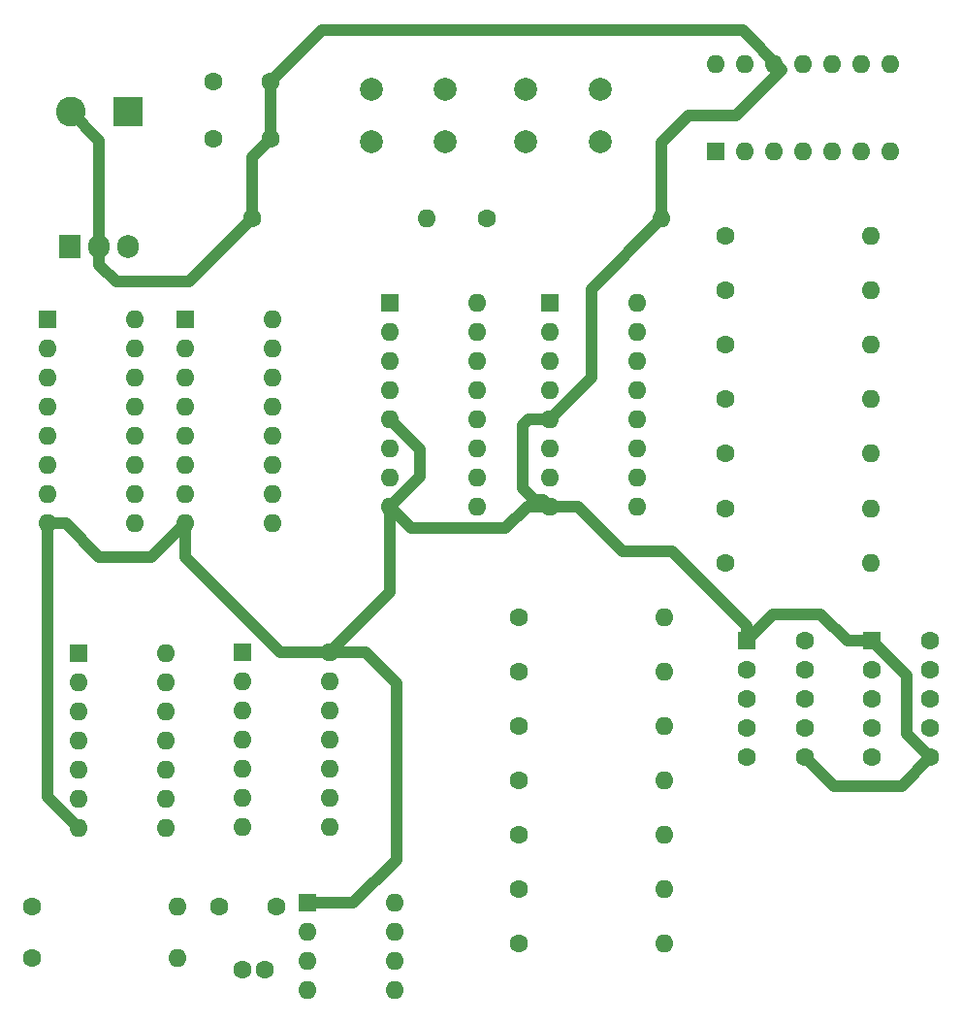
<source format=gbr>
%TF.GenerationSoftware,KiCad,Pcbnew,8.0.2*%
%TF.CreationDate,2024-05-14T19:41:18+03:00*%
%TF.ProjectId,PCB1,50434231-2e6b-4696-9361-645f70636258,rev?*%
%TF.SameCoordinates,Original*%
%TF.FileFunction,Copper,L3,Inr*%
%TF.FilePolarity,Positive*%
%FSLAX46Y46*%
G04 Gerber Fmt 4.6, Leading zero omitted, Abs format (unit mm)*
G04 Created by KiCad (PCBNEW 8.0.2) date 2024-05-14 19:41:18*
%MOMM*%
%LPD*%
G01*
G04 APERTURE LIST*
%TA.AperFunction,ComponentPad*%
%ADD10C,1.600000*%
%TD*%
%TA.AperFunction,ComponentPad*%
%ADD11O,1.600000X1.600000*%
%TD*%
%TA.AperFunction,ComponentPad*%
%ADD12R,1.600000X1.600000*%
%TD*%
%TA.AperFunction,ComponentPad*%
%ADD13C,2.000000*%
%TD*%
%TA.AperFunction,ComponentPad*%
%ADD14R,1.905000X2.000000*%
%TD*%
%TA.AperFunction,ComponentPad*%
%ADD15O,1.905000X2.000000*%
%TD*%
%TA.AperFunction,ComponentPad*%
%ADD16R,2.600000X2.600000*%
%TD*%
%TA.AperFunction,ComponentPad*%
%ADD17C,2.600000*%
%TD*%
%TA.AperFunction,Conductor*%
%ADD18C,1.000000*%
%TD*%
G04 APERTURE END LIST*
D10*
%TO.N,Net-(U1-THR)*%
%TO.C,R3*%
X140650000Y-119000000D03*
D11*
%TO.N,Net-(U1-DIS)*%
X153350000Y-119000000D03*
%TD*%
D10*
%TO.N,Net-(J1-Pin_1)*%
%TO.C,C1*%
X156500000Y-42500000D03*
%TO.N,GND*%
X161500000Y-42500000D03*
%TD*%
D12*
%TO.N,unconnected-(U5-B-Pad1)*%
%TO.C,U5*%
X142000000Y-63300000D03*
D11*
%TO.N,Net-(U5-QB)*%
X142000000Y-65840000D03*
%TO.N,Net-(U5-QA)*%
X142000000Y-68380000D03*
%TO.N,+5V*%
X142000000Y-70920000D03*
%TO.N,Net-(U5-UP)*%
X142000000Y-73460000D03*
%TO.N,Net-(U5-QC)*%
X142000000Y-76000000D03*
%TO.N,Net-(U5-QD)*%
X142000000Y-78540000D03*
%TO.N,GND*%
X142000000Y-81080000D03*
%TO.N,unconnected-(U5-D-Pad9)*%
X149620000Y-81080000D03*
%TO.N,unconnected-(U5-C-Pad10)*%
X149620000Y-78540000D03*
%TO.N,unconnected-(U5-~{LOAD}-Pad11)*%
X149620000Y-76000000D03*
%TO.N,unconnected-(U5-~{CO}-Pad12)*%
X149620000Y-73460000D03*
%TO.N,unconnected-(U5-~{BO}-Pad13)*%
X149620000Y-70920000D03*
%TO.N,Net-(U5-CLR)*%
X149620000Y-68380000D03*
%TO.N,unconnected-(U5-A-Pad15)*%
X149620000Y-65840000D03*
%TO.N,+5V*%
X149620000Y-63300000D03*
%TD*%
D10*
%TO.N,Net-(U9-Qg)*%
%TO.C,R18*%
X201150000Y-84500000D03*
D11*
%TO.N,Net-(U11-G)*%
X213850000Y-84500000D03*
%TD*%
D10*
%TO.N,Net-(U9-Qc)*%
%TO.C,R14*%
X201150000Y-65500000D03*
D11*
%TO.N,Net-(U11-C)*%
X213850000Y-65500000D03*
%TD*%
D10*
%TO.N,Net-(U8-Qa)*%
%TO.C,R5*%
X183150000Y-89250000D03*
D11*
%TO.N,Net-(U10-A)*%
X195850000Y-89250000D03*
%TD*%
D10*
%TO.N,Net-(U8-Qd)*%
%TO.C,R8*%
X183150000Y-103500000D03*
D11*
%TO.N,Net-(U10-D)*%
X195850000Y-103500000D03*
%TD*%
D10*
%TO.N,Net-(U9-Qb)*%
%TO.C,R13*%
X201150000Y-60750000D03*
D11*
%TO.N,Net-(U11-B)*%
X213850000Y-60750000D03*
%TD*%
D10*
%TO.N,Net-(U8-Qb)*%
%TO.C,R6*%
X183150000Y-94000000D03*
D11*
%TO.N,Net-(U10-B)*%
X195850000Y-94000000D03*
%TD*%
D10*
%TO.N,+5V*%
%TO.C,C4*%
X159000000Y-120000000D03*
%TO.N,Net-(C3-Pad2)*%
X161000000Y-120000000D03*
%TD*%
D13*
%TO.N,+5V*%
%TO.C,SW1*%
X170250000Y-43250000D03*
X176750000Y-43250000D03*
%TO.N,Net-(U2A-C)*%
X170250000Y-47750000D03*
X176750000Y-47750000D03*
%TD*%
D12*
%TO.N,unconnected-(U6-B-Pad1)*%
%TO.C,U6*%
X154000000Y-63300000D03*
D11*
%TO.N,Net-(U6-QB)*%
X154000000Y-65840000D03*
%TO.N,Net-(U6-QA)*%
X154000000Y-68380000D03*
%TO.N,+5V*%
X154000000Y-70920000D03*
%TO.N,Net-(U6-UP)*%
X154000000Y-73460000D03*
%TO.N,Net-(U6-QC)*%
X154000000Y-76000000D03*
%TO.N,Net-(U6-QD)*%
X154000000Y-78540000D03*
%TO.N,GND*%
X154000000Y-81080000D03*
%TO.N,unconnected-(U6-D-Pad9)*%
X161620000Y-81080000D03*
%TO.N,unconnected-(U6-C-Pad10)*%
X161620000Y-78540000D03*
%TO.N,unconnected-(U6-~{LOAD}-Pad11)*%
X161620000Y-76000000D03*
%TO.N,unconnected-(U6-~{CO}-Pad12)*%
X161620000Y-73460000D03*
%TO.N,unconnected-(U6-~{BO}-Pad13)*%
X161620000Y-70920000D03*
%TO.N,Net-(U6-CLR)*%
X161620000Y-68380000D03*
%TO.N,unconnected-(U6-A-Pad15)*%
X161620000Y-65840000D03*
%TO.N,+5V*%
X161620000Y-63300000D03*
%TD*%
D10*
%TO.N,Net-(U9-Qd)*%
%TO.C,R15*%
X201150000Y-70250000D03*
D11*
%TO.N,Net-(U11-D)*%
X213850000Y-70250000D03*
%TD*%
D10*
%TO.N,GND*%
%TO.C,R1*%
X159880000Y-54500000D03*
D11*
%TO.N,Net-(U2A-C)*%
X175120000Y-54500000D03*
%TD*%
D12*
%TO.N,GND*%
%TO.C,U11*%
X214000000Y-91340000D03*
D10*
%TO.N,Net-(U11-F)*%
X214000000Y-93880000D03*
%TO.N,Net-(U11-G)*%
X214000000Y-96420000D03*
%TO.N,Net-(U11-E)*%
X214000000Y-98960000D03*
%TO.N,Net-(U11-D)*%
X214000000Y-101500000D03*
%TO.N,GND*%
X219080000Y-101500000D03*
%TO.N,unconnected-(U11-DP-Pad7)*%
X219080000Y-98960000D03*
%TO.N,Net-(U11-C)*%
X219080000Y-96420000D03*
%TO.N,Net-(U11-B)*%
X219080000Y-93880000D03*
%TO.N,Net-(U11-A)*%
X219080000Y-91340000D03*
%TD*%
%TO.N,Net-(U8-Qf)*%
%TO.C,R10*%
X183150000Y-113000000D03*
D11*
%TO.N,Net-(U10-F)*%
X195850000Y-113000000D03*
%TD*%
D12*
%TO.N,Net-(U2A-Q)*%
%TO.C,U3*%
X144700000Y-92375000D03*
D11*
%TO.N,Net-(U1-Q)*%
X144700000Y-94915000D03*
%TO.N,Net-(U6-UP)*%
X144700000Y-97455000D03*
%TO.N,Net-(U6-QC)*%
X144700000Y-99995000D03*
%TO.N,Net-(U6-QB)*%
X144700000Y-102535000D03*
%TO.N,Net-(U5-UP)*%
X144700000Y-105075000D03*
%TO.N,GND*%
X144700000Y-107615000D03*
%TO.N,Net-(U3-Pad8)*%
X152320000Y-107615000D03*
%TO.N,Net-(U5-QC)*%
X152320000Y-105075000D03*
%TO.N,Net-(U5-QB)*%
X152320000Y-102535000D03*
%TO.N,unconnected-(U3-Pad11)*%
X152320000Y-99995000D03*
%TO.N,unconnected-(U3-Pad12)*%
X152320000Y-97455000D03*
%TO.N,unconnected-(U3-Pad13)*%
X152320000Y-94915000D03*
%TO.N,+5V*%
X152320000Y-92375000D03*
%TD*%
D10*
%TO.N,Net-(U8-Qg)*%
%TO.C,R11*%
X183150000Y-117750000D03*
D11*
%TO.N,Net-(U10-G)*%
X195850000Y-117750000D03*
%TD*%
D12*
%TO.N,Net-(R4-Pad1)*%
%TO.C,U7*%
X159000000Y-92300000D03*
D11*
%TO.N,Net-(U5-UP)*%
X159000000Y-94840000D03*
%TO.N,Net-(U6-CLR)*%
X159000000Y-97380000D03*
%TO.N,Net-(U5-CLR)*%
X159000000Y-99920000D03*
%TO.N,Net-(R4-Pad1)*%
X159000000Y-102460000D03*
%TO.N,Net-(U3-Pad8)*%
X159000000Y-105000000D03*
%TO.N,+5V*%
X159000000Y-107540000D03*
%TO.N,unconnected-(U7-Pad8)*%
X166620000Y-107540000D03*
%TO.N,unconnected-(U7-Pad9)*%
X166620000Y-105000000D03*
%TO.N,unconnected-(U7-Pad10)*%
X166620000Y-102460000D03*
%TO.N,unconnected-(U7-Pad11)*%
X166620000Y-99920000D03*
%TO.N,unconnected-(U7-Pad12)*%
X166620000Y-97380000D03*
%TO.N,unconnected-(U7-Pad13)*%
X166620000Y-94840000D03*
%TO.N,GND*%
X166620000Y-92300000D03*
%TD*%
D10*
%TO.N,Net-(U1-CV)*%
%TO.C,C3*%
X157000000Y-114500000D03*
%TO.N,Net-(C3-Pad2)*%
X162000000Y-114500000D03*
%TD*%
%TO.N,Net-(R4-Pad1)*%
%TO.C,R4*%
X180380000Y-54500000D03*
D11*
%TO.N,GND*%
X195620000Y-54500000D03*
%TD*%
D10*
%TO.N,Net-(U9-Qa)*%
%TO.C,R12*%
X201150000Y-56000000D03*
D11*
%TO.N,Net-(U11-A)*%
X213850000Y-56000000D03*
%TD*%
D12*
%TO.N,unconnected-(U2B-C-Pad1)*%
%TO.C,U2*%
X200300000Y-48620000D03*
D11*
%TO.N,unconnected-(U2B-~{R}-Pad2)*%
X202840000Y-48620000D03*
%TO.N,unconnected-(U2B-K-Pad3)*%
X205380000Y-48620000D03*
%TO.N,+5V*%
X207920000Y-48620000D03*
%TO.N,Net-(U2A-C)*%
X210460000Y-48620000D03*
%TO.N,+5V*%
X213000000Y-48620000D03*
X215540000Y-48620000D03*
%TO.N,unconnected-(U2A-~{Q}-Pad8)*%
X215540000Y-41000000D03*
%TO.N,Net-(U2A-Q)*%
X213000000Y-41000000D03*
%TO.N,+5V*%
X210460000Y-41000000D03*
%TO.N,GND*%
X207920000Y-41000000D03*
%TO.N,unconnected-(U2B-Q-Pad12)*%
X205380000Y-41000000D03*
%TO.N,unconnected-(U2B-~{Q}-Pad13)*%
X202840000Y-41000000D03*
%TO.N,unconnected-(U2B-J-Pad14)*%
X200300000Y-41000000D03*
%TD*%
D10*
%TO.N,Net-(U9-Qf)*%
%TO.C,R17*%
X201150000Y-79750000D03*
D11*
%TO.N,Net-(U11-F)*%
X213850000Y-79750000D03*
%TD*%
D13*
%TO.N,+5V*%
%TO.C,SW2*%
X183750000Y-43250000D03*
X190250000Y-43250000D03*
%TO.N,Net-(R4-Pad1)*%
X183750000Y-47750000D03*
X190250000Y-47750000D03*
%TD*%
D10*
%TO.N,Net-(U8-Qe)*%
%TO.C,R9*%
X183150000Y-108250000D03*
D11*
%TO.N,Net-(U10-E)*%
X195850000Y-108250000D03*
%TD*%
D14*
%TO.N,Net-(J1-Pin_1)*%
%TO.C,U4*%
X143960000Y-56945000D03*
D15*
%TO.N,GND*%
X146500000Y-56945000D03*
%TO.N,+5V*%
X149040000Y-56945000D03*
%TD*%
D10*
%TO.N,Net-(U1-DIS)*%
%TO.C,R2*%
X140650000Y-114500000D03*
D11*
%TO.N,+5V*%
X153350000Y-114500000D03*
%TD*%
D10*
%TO.N,+5V*%
%TO.C,C2*%
X156500000Y-47500000D03*
%TO.N,GND*%
X161500000Y-47500000D03*
%TD*%
D12*
%TO.N,GND*%
%TO.C,U10*%
X203000000Y-91300000D03*
D10*
%TO.N,Net-(U10-F)*%
X203000000Y-93840000D03*
%TO.N,Net-(U10-G)*%
X203000000Y-96380000D03*
%TO.N,Net-(U10-E)*%
X203000000Y-98920000D03*
%TO.N,Net-(U10-D)*%
X203000000Y-101460000D03*
%TO.N,GND*%
X208080000Y-101460000D03*
%TO.N,unconnected-(U10-DP-Pad7)*%
X208080000Y-98920000D03*
%TO.N,Net-(U10-C)*%
X208080000Y-96380000D03*
%TO.N,Net-(U10-B)*%
X208080000Y-93840000D03*
%TO.N,Net-(U10-A)*%
X208080000Y-91300000D03*
%TD*%
%TO.N,Net-(U8-Qc)*%
%TO.C,R7*%
X183150000Y-98750000D03*
D11*
%TO.N,Net-(U10-C)*%
X195850000Y-98750000D03*
%TD*%
D12*
%TO.N,GND*%
%TO.C,U1*%
X164700000Y-114200000D03*
D11*
%TO.N,Net-(U1-THR)*%
X164700000Y-116740000D03*
%TO.N,Net-(U1-Q)*%
X164700000Y-119280000D03*
%TO.N,+5V*%
X164700000Y-121820000D03*
%TO.N,Net-(U1-CV)*%
X172320000Y-121820000D03*
%TO.N,Net-(U1-THR)*%
X172320000Y-119280000D03*
%TO.N,Net-(U1-DIS)*%
X172320000Y-116740000D03*
%TO.N,+5V*%
X172320000Y-114200000D03*
%TD*%
D10*
%TO.N,Net-(U9-Qe)*%
%TO.C,R16*%
X201150000Y-75000000D03*
D11*
%TO.N,Net-(U11-E)*%
X213850000Y-75000000D03*
%TD*%
D16*
%TO.N,Net-(J1-Pin_1)*%
%TO.C,J1*%
X149000000Y-45195000D03*
D17*
%TO.N,GND*%
X144000000Y-45195000D03*
%TD*%
D12*
%TO.N,Net-(U5-QB)*%
%TO.C,U8*%
X171880000Y-61840000D03*
D11*
%TO.N,Net-(U5-QC)*%
X171880000Y-64380000D03*
%TO.N,+5V*%
X171880000Y-66920000D03*
X171880000Y-69460000D03*
%TO.N,GND*%
X171880000Y-72000000D03*
%TO.N,Net-(U5-QD)*%
X171880000Y-74540000D03*
%TO.N,Net-(U5-QA)*%
X171880000Y-77080000D03*
%TO.N,GND*%
X171880000Y-79620000D03*
%TO.N,Net-(U8-Qe)*%
X179500000Y-79620000D03*
%TO.N,Net-(U8-Qd)*%
X179500000Y-77080000D03*
%TO.N,Net-(U8-Qc)*%
X179500000Y-74540000D03*
%TO.N,Net-(U8-Qb)*%
X179500000Y-72000000D03*
%TO.N,Net-(U8-Qa)*%
X179500000Y-69460000D03*
%TO.N,Net-(U8-Qg)*%
X179500000Y-66920000D03*
%TO.N,Net-(U8-Qf)*%
X179500000Y-64380000D03*
%TO.N,+5V*%
X179500000Y-61840000D03*
%TD*%
%TO.N,+5V*%
%TO.C,U9*%
X193500000Y-61840000D03*
%TO.N,Net-(U9-Qf)*%
X193500000Y-64380000D03*
%TO.N,Net-(U9-Qg)*%
X193500000Y-66920000D03*
%TO.N,Net-(U9-Qa)*%
X193500000Y-69460000D03*
%TO.N,Net-(U9-Qb)*%
X193500000Y-72000000D03*
%TO.N,Net-(U9-Qc)*%
X193500000Y-74540000D03*
%TO.N,Net-(U9-Qd)*%
X193500000Y-77080000D03*
%TO.N,Net-(U9-Qe)*%
X193500000Y-79620000D03*
%TO.N,GND*%
X185880000Y-79620000D03*
%TO.N,Net-(U6-QA)*%
X185880000Y-77080000D03*
%TO.N,Net-(U6-QD)*%
X185880000Y-74540000D03*
%TO.N,GND*%
X185880000Y-72000000D03*
%TO.N,+5V*%
X185880000Y-69460000D03*
X185880000Y-66920000D03*
%TO.N,Net-(U6-QC)*%
X185880000Y-64380000D03*
D12*
%TO.N,Net-(U6-QB)*%
X185880000Y-61840000D03*
%TD*%
D18*
%TO.N,GND*%
X168700000Y-114200000D02*
X164700000Y-114200000D01*
X172500000Y-110400000D02*
X168700000Y-114200000D01*
X210620000Y-104000000D02*
X208080000Y-101460000D01*
X216580000Y-104000000D02*
X210620000Y-104000000D01*
X219080000Y-101500000D02*
X216580000Y-104000000D01*
X217000000Y-99420000D02*
X219080000Y-101500000D01*
X217000000Y-94340000D02*
X217000000Y-99420000D01*
X214000000Y-91340000D02*
X217000000Y-94340000D01*
X211840000Y-91340000D02*
X214000000Y-91340000D01*
X209500000Y-89000000D02*
X211840000Y-91340000D01*
X205300000Y-89000000D02*
X209500000Y-89000000D01*
X203000000Y-91300000D02*
X205300000Y-89000000D01*
X203000000Y-90000000D02*
X203000000Y-91300000D01*
X196500000Y-83500000D02*
X203000000Y-90000000D01*
X192221321Y-83500000D02*
X196500000Y-83500000D01*
X185880000Y-79620000D02*
X188341321Y-79620000D01*
X188341321Y-79620000D02*
X192221321Y-83500000D01*
X142000000Y-104915000D02*
X142000000Y-81080000D01*
X144700000Y-107615000D02*
X142000000Y-104915000D01*
X172500000Y-95000000D02*
X172500000Y-110400000D01*
X169800000Y-92300000D02*
X172500000Y-95000000D01*
X166620000Y-92300000D02*
X169800000Y-92300000D01*
X143580000Y-81080000D02*
X142000000Y-81080000D01*
X151080000Y-84000000D02*
X146500000Y-84000000D01*
X146500000Y-84000000D02*
X143580000Y-81080000D01*
X154000000Y-81080000D02*
X151080000Y-84000000D01*
X162300000Y-92300000D02*
X154000000Y-84000000D01*
X154000000Y-84000000D02*
X154000000Y-81080000D01*
X166620000Y-92300000D02*
X162300000Y-92300000D01*
X171880000Y-79620000D02*
X171880000Y-87040000D01*
X171880000Y-87040000D02*
X166620000Y-92300000D01*
X174500000Y-77000000D02*
X174500000Y-74620000D01*
X174500000Y-74620000D02*
X171880000Y-72000000D01*
X171880000Y-79620000D02*
X174500000Y-77000000D01*
X173760000Y-81500000D02*
X171880000Y-79620000D01*
X182000000Y-81500000D02*
X173760000Y-81500000D01*
X183880000Y-79620000D02*
X182000000Y-81500000D01*
X185880000Y-79620000D02*
X183880000Y-79620000D01*
X185260000Y-79000000D02*
X185880000Y-79620000D01*
X183500000Y-72500000D02*
X183500000Y-78000000D01*
X184000000Y-72000000D02*
X183500000Y-72500000D01*
X183500000Y-78000000D02*
X184500000Y-79000000D01*
X184500000Y-79000000D02*
X185260000Y-79000000D01*
X185880000Y-72000000D02*
X184000000Y-72000000D01*
X189500000Y-68380000D02*
X185880000Y-72000000D01*
X189500000Y-60620000D02*
X189500000Y-68380000D01*
X195620000Y-54500000D02*
X189500000Y-60620000D01*
X195620000Y-47880000D02*
X195620000Y-54500000D01*
X202120000Y-45500000D02*
X198000000Y-45500000D01*
X198000000Y-45500000D02*
X195620000Y-47880000D01*
X206120000Y-41500000D02*
X202120000Y-45500000D01*
X165950000Y-38050000D02*
X202670000Y-38050000D01*
X202670000Y-38050000D02*
X206120000Y-41500000D01*
X161500000Y-42500000D02*
X165950000Y-38050000D01*
X161500000Y-47500000D02*
X161500000Y-42500000D01*
X159880000Y-49120000D02*
X161500000Y-47500000D01*
X159880000Y-54500000D02*
X159880000Y-49120000D01*
X154380000Y-60000000D02*
X159880000Y-54500000D01*
X146500000Y-58500000D02*
X148000000Y-60000000D01*
X148000000Y-60000000D02*
X154380000Y-60000000D01*
X146500000Y-56945000D02*
X146500000Y-58500000D01*
X146500000Y-47695000D02*
X146500000Y-56945000D01*
X144000000Y-45195000D02*
X146500000Y-47695000D01*
%TD*%
M02*

</source>
